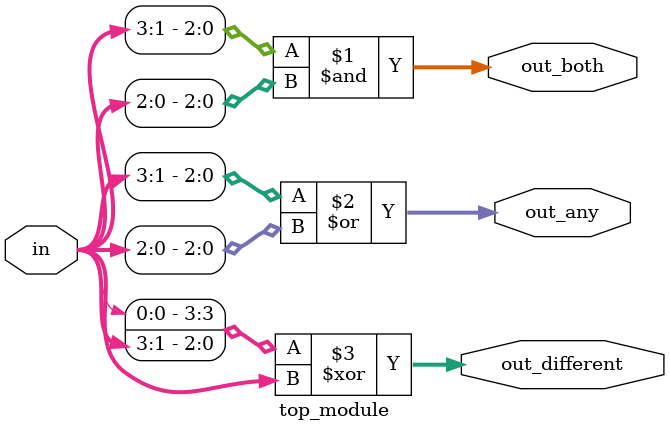
<source format=v>
module top_module (
    input  [3:0] in,
    output [2:0] out_both,
    output [3:1] out_any,
    output [3:0] out_different
);

    assign out_both = in[3:1] & in[2:0];
    assign out_any = in[3:1] | in[2:0];
    assign out_different = {in[0], in[3:1]} ^ in;

endmodule

</source>
